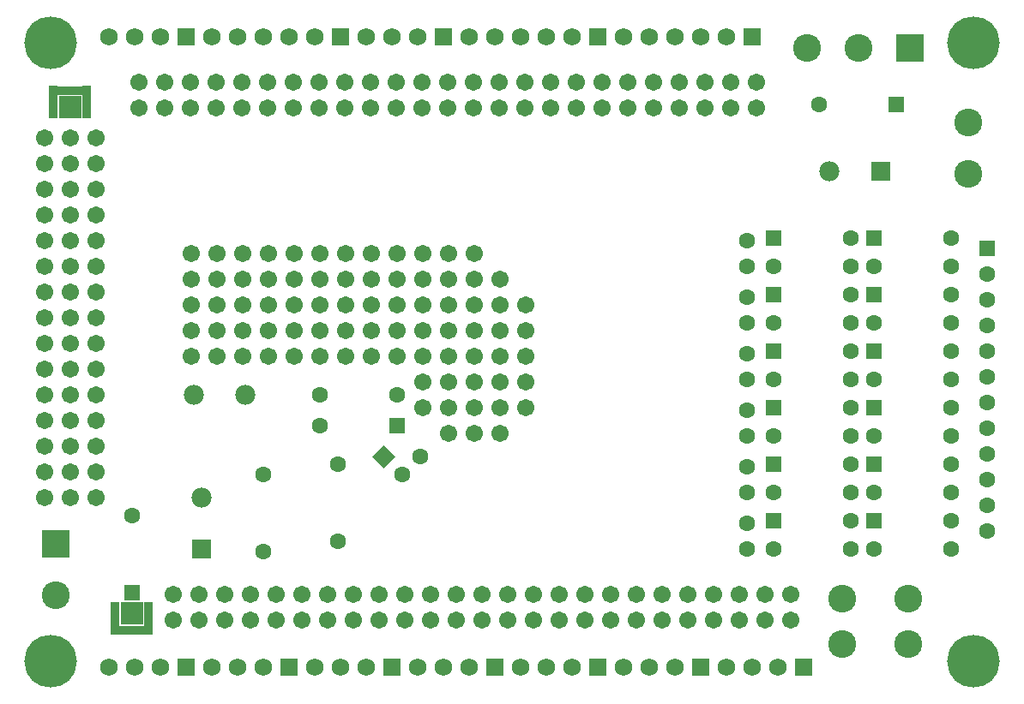
<source format=gts>
G04 (created by PCBNEW (2013-07-07 BZR 4022)-stable) date 07/04/2014 22:02:30*
%MOIN*%
G04 Gerber Fmt 3.4, Leading zero omitted, Abs format*
%FSLAX34Y34*%
G01*
G70*
G90*
G04 APERTURE LIST*
%ADD10C,0.00590551*%
%ADD11C,0.0670551*%
%ADD12R,0.088X0.088*%
%ADD13R,0.038X0.128*%
%ADD14R,0.128X0.038*%
%ADD15R,0.063X0.063*%
%ADD16C,0.063*%
%ADD17R,0.068X0.068*%
%ADD18C,0.068*%
%ADD19R,0.078X0.078*%
%ADD20C,0.078*%
%ADD21R,0.108X0.108*%
%ADD22C,0.108*%
%ADD23C,0.20485*%
G04 APERTURE END LIST*
G54D10*
G54D11*
X38300Y-34500D03*
X39300Y-34500D03*
X40300Y-34500D03*
X38300Y-35500D03*
X39300Y-35500D03*
X40300Y-35500D03*
X38300Y-36500D03*
X39300Y-36500D03*
X40300Y-36500D03*
X38300Y-37500D03*
X39300Y-37500D03*
X40300Y-37500D03*
X38300Y-38500D03*
X39300Y-38500D03*
X40300Y-38500D03*
X38300Y-39500D03*
X39300Y-39500D03*
X40300Y-39500D03*
X38300Y-40500D03*
X39300Y-40500D03*
X40300Y-40500D03*
X38300Y-41500D03*
X39300Y-41500D03*
X40300Y-41500D03*
X38300Y-42500D03*
X39300Y-42500D03*
X40300Y-42500D03*
X38300Y-43500D03*
X39300Y-43500D03*
X40300Y-43500D03*
X38300Y-44500D03*
X39300Y-44500D03*
X40300Y-44500D03*
X38300Y-45500D03*
X39300Y-45500D03*
X40300Y-45500D03*
X38300Y-46500D03*
X39300Y-46500D03*
X40300Y-46500D03*
X38300Y-47500D03*
X39300Y-47500D03*
X40300Y-47500D03*
X38300Y-48500D03*
X39300Y-48500D03*
X40300Y-48500D03*
G54D12*
X39300Y-33300D03*
G54D13*
X38650Y-33100D03*
X39950Y-33100D03*
G54D14*
X39250Y-32650D03*
G54D12*
X41700Y-53000D03*
G54D13*
X42350Y-53200D03*
X41050Y-53200D03*
G54D14*
X41750Y-53650D03*
G54D11*
X57000Y-42000D03*
X57000Y-41000D03*
X57000Y-43000D03*
X57000Y-44000D03*
X57000Y-45000D03*
X67300Y-52269D03*
X67300Y-53269D03*
X66300Y-52269D03*
X66300Y-53269D03*
X65300Y-52269D03*
X65300Y-53269D03*
X64300Y-52269D03*
X64300Y-53269D03*
X63300Y-52269D03*
X63300Y-53269D03*
X62300Y-52269D03*
X62300Y-53269D03*
X61300Y-52269D03*
X61300Y-53269D03*
X60300Y-52269D03*
X60300Y-53269D03*
X59300Y-52269D03*
X59300Y-53269D03*
X58300Y-52269D03*
X58300Y-53269D03*
X57300Y-52269D03*
X57300Y-53269D03*
X56300Y-52269D03*
X56300Y-53269D03*
X55300Y-52269D03*
X55300Y-53269D03*
X54300Y-52269D03*
X54300Y-53269D03*
X53300Y-52269D03*
X53300Y-53269D03*
X52300Y-52269D03*
X52300Y-53269D03*
X51300Y-52269D03*
X51300Y-53269D03*
X50300Y-52269D03*
X50300Y-53269D03*
X49300Y-52269D03*
X49300Y-53269D03*
X48300Y-52269D03*
X48300Y-53269D03*
X47300Y-52269D03*
X47300Y-53269D03*
X46300Y-52269D03*
X46300Y-53269D03*
X45300Y-52269D03*
X45300Y-53269D03*
X44300Y-52269D03*
X44300Y-53269D03*
X43300Y-52269D03*
X43300Y-53269D03*
G54D15*
X74950Y-38800D03*
G54D16*
X74950Y-39800D03*
X74950Y-40800D03*
X74950Y-41800D03*
X74950Y-42800D03*
X74950Y-43800D03*
X74950Y-44800D03*
X74950Y-45800D03*
X74950Y-46800D03*
X74950Y-47800D03*
X74950Y-48800D03*
X74950Y-49800D03*
G54D17*
X47800Y-55100D03*
G54D18*
X46800Y-55100D03*
X45800Y-55100D03*
X44800Y-55100D03*
G54D17*
X53800Y-30550D03*
G54D18*
X52800Y-30550D03*
X51800Y-30550D03*
X50800Y-30550D03*
G54D17*
X59800Y-55100D03*
G54D18*
X58800Y-55100D03*
X57800Y-55100D03*
X56800Y-55100D03*
G54D17*
X43800Y-55100D03*
G54D18*
X42800Y-55100D03*
X41800Y-55100D03*
X40800Y-55100D03*
G54D17*
X51800Y-55100D03*
G54D18*
X50800Y-55100D03*
X49800Y-55100D03*
X48800Y-55100D03*
G54D17*
X63800Y-55100D03*
G54D18*
X62800Y-55100D03*
X61800Y-55100D03*
X60800Y-55100D03*
G54D17*
X43800Y-30550D03*
G54D18*
X42800Y-30550D03*
X41800Y-30550D03*
X40800Y-30550D03*
G54D17*
X67800Y-55100D03*
G54D18*
X66800Y-55100D03*
X65800Y-55100D03*
X64800Y-55100D03*
G54D17*
X55800Y-55100D03*
G54D18*
X54800Y-55100D03*
X53800Y-55100D03*
X52800Y-55100D03*
G54D11*
X65987Y-32329D03*
X65987Y-33329D03*
X64987Y-32329D03*
X64987Y-33329D03*
X63987Y-32329D03*
X63987Y-33329D03*
X62987Y-32329D03*
X62987Y-33329D03*
X61987Y-32329D03*
X61987Y-33329D03*
X60987Y-32329D03*
X60987Y-33329D03*
X59987Y-32329D03*
X59987Y-33329D03*
X58987Y-32329D03*
X58987Y-33329D03*
X57987Y-32329D03*
X57987Y-33329D03*
X56987Y-32329D03*
X56987Y-33329D03*
X55987Y-32329D03*
X55987Y-33329D03*
X54987Y-32329D03*
X54987Y-33329D03*
X53987Y-32329D03*
X53987Y-33329D03*
X52987Y-32329D03*
X52987Y-33329D03*
X51987Y-32329D03*
X51987Y-33329D03*
X50987Y-32329D03*
X50987Y-33329D03*
X49987Y-32329D03*
X49987Y-33329D03*
X48987Y-32329D03*
X48987Y-33329D03*
X47987Y-32329D03*
X47987Y-33329D03*
X46987Y-32329D03*
X46987Y-33329D03*
X45987Y-32329D03*
X45987Y-33329D03*
X44987Y-32329D03*
X44987Y-33329D03*
X43987Y-32329D03*
X43987Y-33329D03*
X42987Y-32329D03*
X42987Y-33329D03*
X41987Y-32329D03*
X41987Y-33329D03*
G54D17*
X59800Y-30550D03*
G54D18*
X58800Y-30550D03*
X57800Y-30550D03*
X56800Y-30550D03*
X55800Y-30550D03*
X54800Y-30550D03*
G54D17*
X65800Y-30550D03*
G54D18*
X64800Y-30550D03*
X63800Y-30550D03*
X62800Y-30550D03*
X61800Y-30550D03*
X60800Y-30550D03*
G54D17*
X49800Y-30550D03*
G54D18*
X48800Y-30550D03*
X47800Y-30550D03*
X46800Y-30550D03*
X45800Y-30550D03*
X44800Y-30550D03*
G54D19*
X44400Y-50500D03*
G54D20*
X44400Y-48500D03*
G54D19*
X70800Y-35800D03*
G54D20*
X68800Y-35800D03*
G54D21*
X38750Y-50300D03*
G54D22*
X38750Y-52300D03*
G54D16*
X65600Y-38500D03*
X65600Y-39500D03*
G54D23*
X38550Y-54850D03*
X38550Y-30800D03*
X74400Y-30800D03*
X74400Y-54850D03*
G54D20*
X44100Y-44500D03*
X46100Y-44500D03*
G54D22*
X71879Y-52414D03*
X69320Y-52414D03*
X69320Y-54185D03*
X71879Y-54185D03*
G54D21*
X71950Y-31000D03*
G54D22*
X69950Y-31000D03*
X67950Y-31000D03*
G54D16*
X65600Y-40700D03*
X65600Y-41700D03*
X65600Y-42900D03*
X65600Y-43900D03*
X65600Y-45100D03*
X65600Y-46100D03*
X65600Y-47300D03*
X65600Y-48300D03*
X65600Y-49500D03*
X65600Y-50500D03*
X46800Y-50600D03*
X46800Y-47600D03*
X73550Y-43900D03*
X70550Y-43900D03*
X69650Y-43900D03*
X66650Y-43900D03*
X73550Y-46100D03*
X70550Y-46100D03*
X69650Y-41700D03*
X66650Y-41700D03*
X73550Y-41700D03*
X70550Y-41700D03*
X69650Y-46100D03*
X66650Y-46100D03*
X69650Y-48300D03*
X66650Y-48300D03*
X69650Y-39500D03*
X66650Y-39500D03*
X73550Y-39500D03*
X70550Y-39500D03*
X73550Y-50500D03*
X70550Y-50500D03*
X69650Y-50500D03*
X66650Y-50500D03*
G54D15*
X70550Y-40600D03*
G54D16*
X73550Y-40600D03*
G54D15*
X52000Y-45700D03*
G54D16*
X49000Y-45700D03*
G54D15*
X41700Y-52200D03*
G54D16*
X41700Y-49200D03*
G54D15*
X71400Y-33200D03*
G54D16*
X68400Y-33200D03*
G54D15*
X70550Y-49400D03*
G54D16*
X73550Y-49400D03*
G54D15*
X66650Y-49400D03*
G54D16*
X69650Y-49400D03*
G54D15*
X70550Y-47200D03*
G54D16*
X73550Y-47200D03*
G54D15*
X66650Y-47200D03*
G54D16*
X69650Y-47200D03*
G54D15*
X66650Y-38400D03*
G54D16*
X69650Y-38400D03*
G54D15*
X70550Y-45000D03*
G54D16*
X73550Y-45000D03*
G54D15*
X66650Y-45000D03*
G54D16*
X69650Y-45000D03*
G54D15*
X70550Y-38400D03*
G54D16*
X73550Y-38400D03*
G54D15*
X66650Y-40600D03*
G54D16*
X69650Y-40600D03*
G54D15*
X70550Y-42800D03*
G54D16*
X73550Y-42800D03*
G54D15*
X66650Y-42800D03*
G54D16*
X69650Y-42800D03*
X73550Y-48300D03*
X70550Y-48300D03*
X49700Y-50200D03*
X49700Y-47200D03*
X49000Y-44500D03*
X52000Y-44500D03*
G54D22*
X74200Y-35900D03*
X74200Y-33900D03*
G54D10*
G36*
X51938Y-46900D02*
X51492Y-47345D01*
X51047Y-46900D01*
X51492Y-46454D01*
X51938Y-46900D01*
X51938Y-46900D01*
G37*
G54D16*
X52200Y-47607D03*
X52907Y-46900D03*
G54D11*
X56000Y-41000D03*
X56000Y-42000D03*
X55000Y-41000D03*
X54000Y-41000D03*
X53000Y-41000D03*
X52000Y-41000D03*
X51000Y-41000D03*
X55000Y-42000D03*
X54000Y-42000D03*
X53000Y-42000D03*
X52000Y-42000D03*
X51000Y-42000D03*
X55000Y-40000D03*
X54000Y-40000D03*
X53000Y-40000D03*
X52000Y-40000D03*
X51000Y-40000D03*
X51000Y-43000D03*
X52000Y-43000D03*
X53000Y-43000D03*
X54000Y-43000D03*
X55000Y-43000D03*
X56000Y-43000D03*
X56000Y-44000D03*
X55000Y-44000D03*
X54000Y-44000D03*
X53000Y-44000D03*
X53000Y-45000D03*
X54000Y-45000D03*
X55000Y-45000D03*
X56000Y-45000D03*
X54000Y-46000D03*
X55000Y-46000D03*
X56000Y-46000D03*
X50000Y-43000D03*
X49000Y-43000D03*
X48000Y-43000D03*
X47000Y-43000D03*
X46000Y-43000D03*
X45000Y-43000D03*
X44000Y-43000D03*
X44000Y-42000D03*
X45000Y-42000D03*
X46000Y-42000D03*
X47000Y-42000D03*
X48000Y-42000D03*
X49000Y-42000D03*
X50000Y-42000D03*
X50000Y-41000D03*
X49000Y-41000D03*
X48000Y-41000D03*
X47000Y-41000D03*
X46000Y-41000D03*
X45000Y-41000D03*
X44000Y-41000D03*
X50000Y-40000D03*
X49000Y-40000D03*
X48000Y-40000D03*
X47000Y-40000D03*
X46000Y-40000D03*
X45000Y-40000D03*
X44000Y-40000D03*
X44000Y-39000D03*
X45000Y-39000D03*
X46000Y-39000D03*
X47000Y-39000D03*
X48000Y-39000D03*
X49000Y-39000D03*
X50000Y-39000D03*
X51000Y-39000D03*
X52000Y-39000D03*
X53000Y-39000D03*
X54000Y-39000D03*
X55000Y-39000D03*
X56000Y-40000D03*
M02*

</source>
